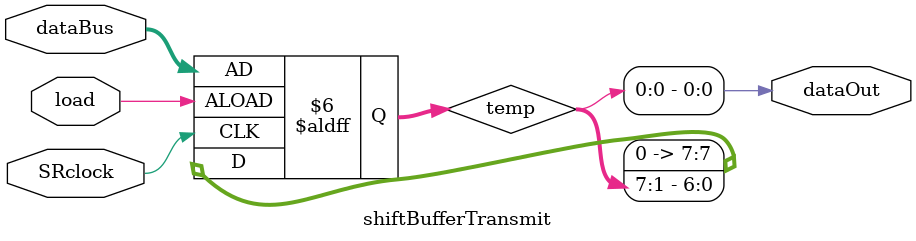
<source format=sv>
module shiftBufferTransmit(load, dataBus, SRclock, dataOut);
	input load, SRclock;
	input [7:0] dataBus;
	output dataOut;// = 1'b0;
	
	reg [7:0] temp = 8'b00000000;
	reg [2:0] curBit = 3'b000;
	
	always@(posedge SRclock or posedge load) begin
		if(load) begin
			temp <= dataBus;
			curBit <= 3'b000;
		end else begin
			temp = temp >> 1;
			curBit <= curBit + 3'b001;
			//dataOut <= temp[0];
		end
	end
	assign dataOut = temp[0];
endmodule
</source>
